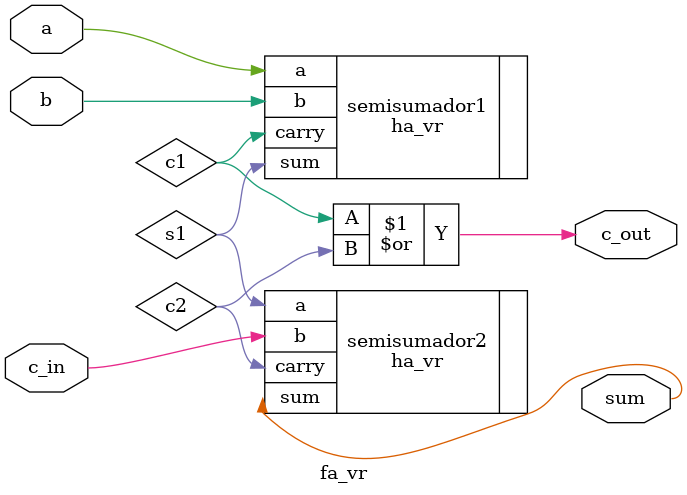
<source format=v>
module fa_vr(output wire sum, output wire c_out, input wire a, input wire b, input wire c_in);

	ha_vr semisumador1(.sum(s1), .carry(c1), .a(a), .b(b));
	ha_vr semisumador2 (.sum(sum), .carry(c2), .a(s1), .b(c_in));
  	or(c_out, c1, c2);

endmodule
</source>
